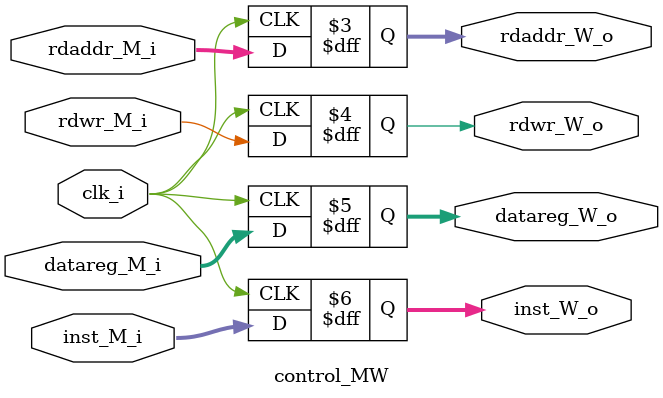
<source format=sv>
module control_MW(
	input logic clk_i,
	input logic [4:0]	rdaddr_M_i,
	input logic 		rdwr_M_i,
	input logic [31:0]	datareg_M_i,
	input logic [31:0]  inst_M_i,
	
	output logic [4:0]	rdaddr_W_o,
	output logic 		rdwr_W_o,
	output logic [31:0]	datareg_W_o,
	output logic [31:0] inst_W_o
);
initial begin
	datareg_W_o	= 32'b0;
	rdaddr_W_o	= 5'b0;
	rdwr_W_o 	= 1'b0;
	inst_W_o    = 32'b0;
	end
always_ff @(posedge clk_i) begin
	rdaddr_W_o	<=	rdaddr_M_i;
	rdwr_W_o	<=	rdwr_M_i;
	datareg_W_o	<=	datareg_M_i;
	inst_W_o	<=  inst_M_i;
end
endmodule : control_MW

</source>
